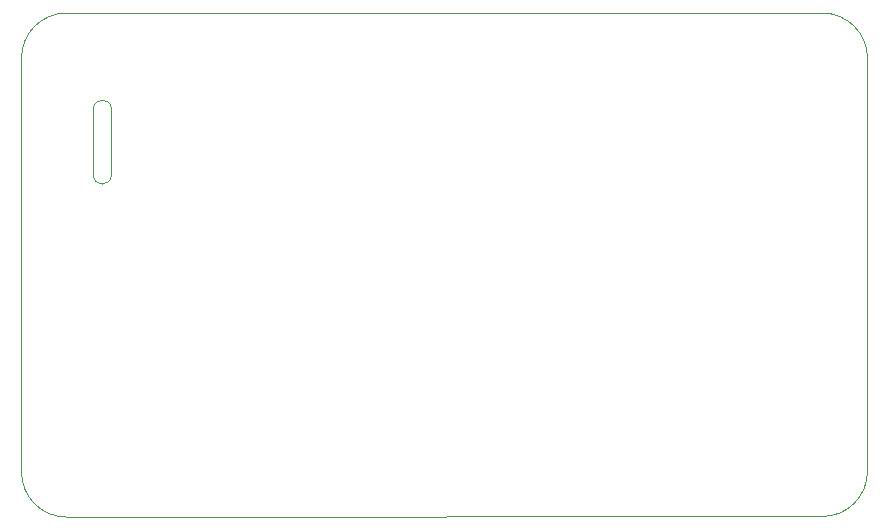
<source format=gbr>
G04 #@! TF.GenerationSoftware,KiCad,Pcbnew,7.0.7*
G04 #@! TF.CreationDate,2023-10-01T09:25:35+02:00*
G04 #@! TF.ProjectId,TSALv3,5453414c-7633-42e6-9b69-6361645f7063,rev?*
G04 #@! TF.SameCoordinates,Original*
G04 #@! TF.FileFunction,Profile,NP*
%FSLAX46Y46*%
G04 Gerber Fmt 4.6, Leading zero omitted, Abs format (unit mm)*
G04 Created by KiCad (PCBNEW 7.0.7) date 2023-10-01 09:25:35*
%MOMM*%
%LPD*%
G01*
G04 APERTURE LIST*
G04 #@! TA.AperFunction,Profile*
%ADD10C,0.050000*%
G04 #@! TD*
G04 APERTURE END LIST*
D10*
X120396000Y-54356000D02*
X120396000Y-89356000D01*
X116586000Y-93166000D02*
X52578000Y-93218000D01*
X48768000Y-89408000D02*
X48768000Y-54356000D01*
X52578000Y-50546000D02*
X116586000Y-50546000D01*
X54864000Y-64262000D02*
G75*
G03*
X56388000Y-64262000I762000J0D01*
G01*
X56388000Y-58674000D02*
G75*
G03*
X54864000Y-58674000I-762000J0D01*
G01*
X56388000Y-58674000D02*
X56388000Y-64262000D01*
X54864000Y-58674000D02*
X54864000Y-64262000D01*
X52578000Y-50546000D02*
G75*
G03*
X48768000Y-54356000I0J-3810000D01*
G01*
X48768000Y-89408000D02*
G75*
G03*
X52578000Y-93218000I3810000J0D01*
G01*
X120396000Y-54356000D02*
G75*
G03*
X116586000Y-50546000I-3810000J0D01*
G01*
X116586000Y-93166000D02*
G75*
G03*
X120396000Y-89356000I0J3810000D01*
G01*
M02*

</source>
